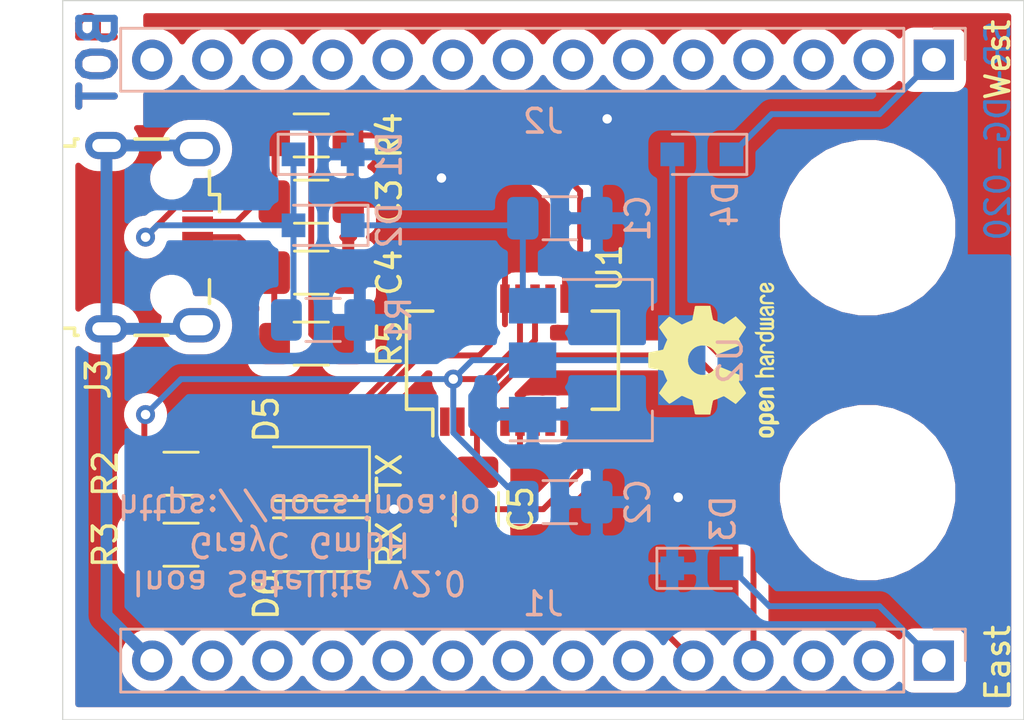
<source format=kicad_pcb>
(kicad_pcb (version 20211014) (generator pcbnew)
  (layers (0 "F.Cu" signal) (31 "B.Cu" signal) (34 "B.Paste" user) (35 "F.Paste" user) (36 "B.SilkS" user "B.Silkscreen") (37 "F.SilkS" user "F.Silkscreen") (38 "B.Mask" user) (39 "F.Mask" user) (44 "Edge.Cuts" user))
  (net 0 "")
  (net 1 "GND")
  (net 2 "Net-(C1-Pad1)")
  (net 3 "+3V3")
  (net 4 "Net-(D1-Pad1)")
  (net 5 "Net-(D3-Pad2)")
  (net 6 "Net-(D4-Pad1)")
  (net 7 "GNDPWR")
  (net 8 "USB_DM")
  (net 9 "USB_DP")
  (net 10 "Net-(C5-Pad1)")
  (net 11 "Net-(D5-Pad2)")
  (net 12 "TX_LED")
  (net 13 "Net-(D6-Pad2)")
  (net 14 "RX_LED")
  (net 15 "U0RXD")
  (net 16 "U0TXD")
  (net 17 "Net-(R4-Pad1)")
  (net 18 "Net-(R5-Pad1)")
  (footprint "MountingHole:MountingHole_6.4mm_M6" (layer "F.Cu") (at 154 89.6)
    (fp_text reference "H1" hide)
    (fp_text value "Reset" hide)
    (pad "" np_thru_hole circle locked (at 0 0) (size 6.4 6.4) (drill 6.4) (layers *.Cu *.Mask))
  )
  (footprint "MountingHole:MountingHole_6.4mm_M6" (layer "F.Cu") (at 154 100.8)
    (fp_text reference "H2" hide)
    (fp_text value "Status" hide)
    (pad "" np_thru_hole circle locked (at 0 0) (size 6.4 6.4) (drill 6.4) (layers *.Cu *.Mask))
  )
  (footprint "Symbol:OSHW-Logo2_7.3x6mm_SilkScreen" (layer "F.Cu") (at 147.5 95.2 90)
    (fp_text reference "G2" hide)
    (fp_text value "Logo_Open_Hardware_Small" hide)
  )
  (footprint "Package_SO:SSOP-20_3.9x8.7mm_P0.635mm" (layer "F.Cu") (at 139 95.2 90)
    (fp_text reference "U1" (at 3.9 4.1 90) (layer "F.SilkS"))
    (fp_text value "FT231XS")
    (pad "1" smd rect locked (at -2.6 -2.8575 90) (size 1.2 0.4) (layers "F.Cu" "F.Paste" "F.Mask"))
    (pad "2" smd rect locked (at -2.6 -2.2225 90) (size 1.2 0.4) (layers "F.Cu" "F.Paste" "F.Mask"))
    (pad "3" smd rect locked (at -2.6 -1.5875 90) (size 1.2 0.4) (layers "F.Cu" "F.Paste" "F.Mask") (net 10 "Net-(C5-Pad1)"))
    (pad "4" smd rect locked (at -2.6 -0.9525 90) (size 1.2 0.4) (layers "F.Cu" "F.Paste" "F.Mask") (net 16 "U0TXD"))
    (pad "5" smd rect locked (at -2.6 -0.3175 90) (size 1.2 0.4) (layers "F.Cu" "F.Paste" "F.Mask"))
    (pad "6" smd rect locked (at -2.6 0.3175 90) (size 1.2 0.4) (layers "F.Cu" "F.Paste" "F.Mask") (net 1 "GND"))
    (pad "7" smd rect locked (at -2.6 0.9525 90) (size 1.2 0.4) (layers "F.Cu" "F.Paste" "F.Mask"))
    (pad "8" smd rect locked (at -2.6 1.5875 90) (size 1.2 0.4) (layers "F.Cu" "F.Paste" "F.Mask"))
    (pad "9" smd rect locked (at -2.6 2.2225 90) (size 1.2 0.4) (layers "F.Cu" "F.Paste" "F.Mask"))
    (pad "10" smd rect locked (at -2.6 2.8575 90) (size 1.2 0.4) (layers "F.Cu" "F.Paste" "F.Mask") (net 14 "RX_LED"))
    (pad "11" smd rect locked (at 2.6 2.8575 90) (size 1.2 0.4) (layers "F.Cu" "F.Paste" "F.Mask") (net 18 "Net-(R5-Pad1)"))
    (pad "12" smd rect locked (at 2.6 2.2225 90) (size 1.2 0.4) (layers "F.Cu" "F.Paste" "F.Mask") (net 17 "Net-(R4-Pad1)"))
    (pad "13" smd rect locked (at 2.6 1.5875 90) (size 1.2 0.4) (layers "F.Cu" "F.Paste" "F.Mask") (net 10 "Net-(C5-Pad1)"))
    (pad "14" smd rect locked (at 2.6 0.9525 90) (size 1.2 0.4) (layers "F.Cu" "F.Paste" "F.Mask") (net 10 "Net-(C5-Pad1)"))
    (pad "15" smd rect locked (at 2.6 0.3175 90) (size 1.2 0.4) (layers "F.Cu" "F.Paste" "F.Mask") (net 3 "+3V3"))
    (pad "16" smd rect locked (at 2.6 -0.3175 90) (size 1.2 0.4) (layers "F.Cu" "F.Paste" "F.Mask") (net 1 "GND"))
    (pad "17" smd rect locked (at 2.6 -0.9525 90) (size 1.2 0.4) (layers "F.Cu" "F.Paste" "F.Mask") (net 12 "TX_LED"))
    (pad "18" smd rect locked (at 2.6 -1.5875 90) (size 1.2 0.4) (layers "F.Cu" "F.Paste" "F.Mask"))
    (pad "19" smd rect locked (at 2.6 -2.2225 90) (size 1.2 0.4) (layers "F.Cu" "F.Paste" "F.Mask"))
    (pad "20" smd rect locked (at 2.6 -2.8575 90) (size 1.2 0.4) (layers "F.Cu" "F.Paste" "F.Mask") (net 15 "U0RXD"))
  )
  (footprint "Connector_USB:USB_Micro-B_Wuerth_629105150521" (layer "F.Cu") (at 123.8 90 -90)
    (fp_text reference "J3" (at 6 2.3 90) (layer "F.SilkS"))
    (fp_text value "USB_B_Micro")
    (pad "" np_thru_hole oval locked (at 2.5 -0.8 270) (size 0.8 0.8) (drill 0.8) (layers *.Cu *.Mask))
    (pad "" np_thru_hole oval locked (at -2.5 -0.8 270) (size 0.8 0.8) (drill 0.8) (layers *.Cu *.Mask))
    (pad "1" smd rect locked (at -1.3 -1.9 270) (size 0.45 1.3) (layers "F.Cu" "F.Paste" "F.Mask") (net 4 "Net-(D1-Pad1)"))
    (pad "2" smd rect locked (at -0.65 -1.9 270) (size 0.45 1.3) (layers "F.Cu" "F.Paste" "F.Mask") (net 8 "USB_DM"))
    (pad "3" smd rect locked (at 0 -1.9 270) (size 0.45 1.3) (layers "F.Cu" "F.Paste" "F.Mask") (net 9 "USB_DP"))
    (pad "4" smd rect locked (at 0.65 -1.9 270) (size 0.45 1.3) (layers "F.Cu" "F.Paste" "F.Mask"))
    (pad "5" smd rect locked (at 1.3 -1.9 270) (size 0.45 1.3) (layers "F.Cu" "F.Paste" "F.Mask") (net 1 "GND"))
    (pad "6" thru_hole oval locked (at -3.725 -1.85 270) (size 1.45 2) (drill oval 0.85 1.4) (layers *.Cu *.Mask) (net 7 "GNDPWR"))
    (pad "6" thru_hole oval locked (at 3.875 1.95 270) (size 1.15 1.8) (drill oval 0.55 1.2) (layers *.Cu *.Mask) (net 7 "GNDPWR"))
    (pad "6" thru_hole oval locked (at -3.875 1.95 270) (size 1.15 1.8) (drill oval 0.55 1.2) (layers *.Cu *.Mask) (net 7 "GNDPWR"))
    (pad "6" thru_hole oval locked (at 3.725 -1.85 270) (size 1.45 2) (drill oval 0.85 1.4) (layers *.Cu *.Mask) (net 7 "GNDPWR"))
  )
  (footprint "Capacitor_SMD:C_1206_3216Metric_Pad1.33x1.80mm_HandSolder" (layer "F.Cu") (at 130.5 88.5)
    (fp_text reference "C3" (at 3.3 0 90) (layer "F.SilkS"))
    (fp_text value "47pF")
    (pad "1" smd roundrect locked (at -1.5625 0) (size 1.325 1.8) (layers "F.Cu" "F.Paste" "F.Mask") (roundrect_rratio 0.188679) (net 8 "USB_DM"))
    (pad "2" smd roundrect locked (at 1.5625 0) (size 1.325 1.8) (layers "F.Cu" "F.Paste" "F.Mask") (roundrect_rratio 0.188679) (net 1 "GND"))
  )
  (footprint "Capacitor_SMD:C_1206_3216Metric_Pad1.33x1.80mm_HandSolder" (layer "F.Cu") (at 130.5 91.5)
    (fp_text reference "C4" (at 3.3 0 90) (layer "F.SilkS"))
    (fp_text value "47pF")
    (pad "1" smd roundrect locked (at -1.5625 0) (size 1.325 1.8) (layers "F.Cu" "F.Paste" "F.Mask") (roundrect_rratio 0.188679) (net 9 "USB_DP"))
    (pad "2" smd roundrect locked (at 1.5625 0) (size 1.325 1.8) (layers "F.Cu" "F.Paste" "F.Mask") (roundrect_rratio 0.188679) (net 1 "GND"))
  )
  (footprint "Capacitor_SMD:C_1206_3216Metric_Pad1.33x1.80mm_HandSolder" (layer "F.Cu") (at 137.5 101.5 -90)
    (fp_text reference "C5" (at 0 -1.85 90) (layer "F.SilkS"))
    (fp_text value "100nF")
    (pad "1" smd roundrect locked (at -1.5625 0 270) (size 1.325 1.8) (layers "F.Cu" "F.Paste" "F.Mask") (roundrect_rratio 0.188679) (net 10 "Net-(C5-Pad1)"))
    (pad "2" smd roundrect locked (at 1.5625 0 270) (size 1.325 1.8) (layers "F.Cu" "F.Paste" "F.Mask") (roundrect_rratio 0.188679) (net 1 "GND"))
  )
  (footprint "LED_SMD:LED_1206_3216Metric_Pad1.42x1.75mm_HandSolder" (layer "F.Cu") (at 130.5 100 180)
    (fp_text reference "D5" (at 1.9 2.3 90) (layer "F.SilkS"))
    (fp_text value "TX" (at -3.3 0 90) (layer "F.SilkS"))
    (pad "1" smd roundrect locked (at -1.4875 0 180) (size 1.425 1.75) (layers "F.Cu" "F.Paste" "F.Mask") (roundrect_rratio 0.175439) (net 12 "TX_LED"))
    (pad "2" smd roundrect locked (at 1.4875 0 180) (size 1.425 1.75) (layers "F.Cu" "F.Paste" "F.Mask") (roundrect_rratio 0.175439) (net 11 "Net-(D5-Pad2)"))
  )
  (footprint "LED_SMD:LED_1206_3216Metric_Pad1.42x1.75mm_HandSolder" (layer "F.Cu") (at 130.5 103 180)
    (fp_text reference "D6" (at 1.9 -2.2 90) (layer "F.SilkS"))
    (fp_text value "RX" (at -3.3 0 270) (layer "F.SilkS"))
    (pad "1" smd roundrect locked (at -1.4875 0 180) (size 1.425 1.75) (layers "F.Cu" "F.Paste" "F.Mask") (roundrect_rratio 0.175439) (net 14 "RX_LED"))
    (pad "2" smd roundrect locked (at 1.4875 0 180) (size 1.425 1.75) (layers "F.Cu" "F.Paste" "F.Mask") (roundrect_rratio 0.175439) (net 13 "Net-(D6-Pad2)"))
  )
  (footprint "Resistor_SMD:R_1206_3216Metric_Pad1.30x1.75mm_HandSolder" (layer "F.Cu") (at 125 100)
    (fp_text reference "R2" (at -3.2 0 90) (layer "F.SilkS"))
    (fp_text value "220R")
    (pad "1" smd roundrect locked (at -1.55 0) (size 1.3 1.75) (layers "F.Cu" "F.Paste" "F.Mask") (roundrect_rratio 0.192308) (net 3 "+3V3"))
    (pad "2" smd roundrect locked (at 1.55 0) (size 1.3 1.75) (layers "F.Cu" "F.Paste" "F.Mask") (roundrect_rratio 0.192308) (net 11 "Net-(D5-Pad2)"))
  )
  (footprint "Resistor_SMD:R_1206_3216Metric_Pad1.30x1.75mm_HandSolder" (layer "F.Cu") (at 125 103)
    (fp_text reference "R3" (at -3.2 0 90) (layer "F.SilkS"))
    (fp_text value "220R")
    (pad "1" smd roundrect locked (at -1.55 0) (size 1.3 1.75) (layers "F.Cu" "F.Paste" "F.Mask") (roundrect_rratio 0.192308) (net 3 "+3V3"))
    (pad "2" smd roundrect locked (at 1.55 0) (size 1.3 1.75) (layers "F.Cu" "F.Paste" "F.Mask") (roundrect_rratio 0.192308) (net 13 "Net-(D6-Pad2)"))
  )
  (footprint "Resistor_SMD:R_1206_3216Metric_Pad1.30x1.75mm_HandSolder" (layer "F.Cu") (at 130.5 85.7 180)
    (fp_text reference "R4" (at -3.3 0 90) (layer "F.SilkS"))
    (fp_text value "27R")
    (pad "1" smd roundrect locked (at -1.55 0 180) (size 1.3 1.75) (layers "F.Cu" "F.Paste" "F.Mask") (roundrect_rratio 0.192308) (net 17 "Net-(R4-Pad1)"))
    (pad "2" smd roundrect locked (at 1.55 0 180) (size 1.3 1.75) (layers "F.Cu" "F.Paste" "F.Mask") (roundrect_rratio 0.192308) (net 8 "USB_DM"))
  )
  (footprint "Resistor_SMD:R_1206_3216Metric_Pad1.30x1.75mm_HandSolder" (layer "F.Cu") (at 130.5 94.5 180)
    (fp_text reference "R5" (at -3.3 0 90) (layer "F.SilkS"))
    (fp_text value "27R")
    (pad "1" smd roundrect locked (at -1.55 0 180) (size 1.3 1.75) (layers "F.Cu" "F.Paste" "F.Mask") (roundrect_rratio 0.192308) (net 18 "Net-(R5-Pad1)"))
    (pad "2" smd roundrect locked (at 1.55 0 180) (size 1.3 1.75) (layers "F.Cu" "F.Paste" "F.Mask") (roundrect_rratio 0.192308) (net 9 "USB_DP"))
  )
  (footprint "Connector_PinSocket_2.54mm:PinSocket_1x14_P2.54mm_Vertical" (layer "B.Cu") (at 156.8 107.9 90)
    (fp_text reference "J1" (at 2.4 -16.5) (layer "B.SilkS") (effects (justify mirror)))
    (fp_text value "East" hide)
    (pad "1" thru_hole rect locked (at 0 0 90) (size 1.7 1.7) (drill 1) (layers *.Cu *.Mask) (net 5 "Net-(D3-Pad2)"))
    (pad "2" thru_hole oval locked (at 0 -2.54 90) (size 1.7 1.7) (drill 1) (layers *.Cu *.Mask))
    (pad "3" thru_hole oval locked (at 0 -5.08 90) (size 1.7 1.7) (drill 1) (layers *.Cu *.Mask))
    (pad "4" thru_hole oval locked (at 0 -7.62 90) (size 1.7 1.7) (drill 1) (layers *.Cu *.Mask) (net 16 "U0TXD"))
    (pad "5" thru_hole oval locked (at 0 -10.16 90) (size 1.7 1.7) (drill 1) (layers *.Cu *.Mask) (net 15 "U0RXD"))
    (pad "6" thru_hole oval locked (at 0 -12.7 90) (size 1.7 1.7) (drill 1) (layers *.Cu *.Mask))
    (pad "7" thru_hole oval locked (at 0 -15.24 90) (size 1.7 1.7) (drill 1) (layers *.Cu *.Mask))
    (pad "8" thru_hole oval locked (at 0 -17.78 90) (size 1.7 1.7) (drill 1) (layers *.Cu *.Mask))
    (pad "9" thru_hole oval locked (at 0 -20.32 90) (size 1.7 1.7) (drill 1) (layers *.Cu *.Mask))
    (pad "10" thru_hole oval locked (at 0 -22.86 90) (size 1.7 1.7) (drill 1) (layers *.Cu *.Mask))
    (pad "11" thru_hole oval locked (at 0 -25.4 90) (size 1.7 1.7) (drill 1) (layers *.Cu *.Mask))
    (pad "12" thru_hole oval locked (at 0 -27.94 90) (size 1.7 1.7) (drill 1) (layers *.Cu *.Mask))
    (pad "13" thru_hole oval locked (at 0 -30.48 90) (size 1.7 1.7) (drill 1) (layers *.Cu *.Mask))
    (pad "14" thru_hole oval locked (at 0 -33.02 90) (size 1.7 1.7) (drill 1) (layers *.Cu *.Mask) (net 7 "GNDPWR"))
  )
  (footprint "Connector_PinSocket_2.54mm:PinSocket_1x14_P2.54mm_Vertical" (layer "B.Cu") (at 156.8 82.5 90)
    (fp_text reference "J2" (at -2.6 -16.5) (layer "B.SilkS") (effects (justify mirror)))
    (fp_text value "West" hide)
    (pad "1" thru_hole rect locked (at 0 0 90) (size 1.7 1.7) (drill 1) (layers *.Cu *.Mask) (net 6 "Net-(D4-Pad1)"))
    (pad "2" thru_hole oval locked (at 0 -2.54 90) (size 1.7 1.7) (drill 1) (layers *.Cu *.Mask))
    (pad "3" thru_hole oval locked (at 0 -5.08 90) (size 1.7 1.7) (drill 1) (layers *.Cu *.Mask))
    (pad "4" thru_hole oval locked (at 0 -7.62 90) (size 1.7 1.7) (drill 1) (layers *.Cu *.Mask))
    (pad "5" thru_hole oval locked (at 0 -10.16 90) (size 1.7 1.7) (drill 1) (layers *.Cu *.Mask))
    (pad "6" thru_hole oval locked (at 0 -12.7 90) (size 1.7 1.7) (drill 1) (layers *.Cu *.Mask))
    (pad "7" thru_hole oval locked (at 0 -15.24 90) (size 1.7 1.7) (drill 1) (layers *.Cu *.Mask))
    (pad "8" thru_hole oval locked (at 0 -17.78 90) (size 1.7 1.7) (drill 1) (layers *.Cu *.Mask))
    (pad "9" thru_hole oval locked (at 0 -20.32 90) (size 1.7 1.7) (drill 1) (layers *.Cu *.Mask))
    (pad "10" thru_hole oval locked (at 0 -22.86 90) (size 1.7 1.7) (drill 1) (layers *.Cu *.Mask))
    (pad "11" thru_hole oval locked (at 0 -25.4 90) (size 1.7 1.7) (drill 1) (layers *.Cu *.Mask))
    (pad "12" thru_hole oval locked (at 0 -27.94 90) (size 1.7 1.7) (drill 1) (layers *.Cu *.Mask))
    (pad "13" thru_hole oval locked (at 0 -30.48 90) (size 1.7 1.7) (drill 1) (layers *.Cu *.Mask))
    (pad "14" thru_hole oval locked (at 0 -33.02 90) (size 1.7 1.7) (drill 1) (layers *.Cu *.Mask))
  )
  (footprint "images:grayc-logo-negative" (layer "B.Cu") (at 156 103 -90)
    (fp_text reference "G1" hide)
    (fp_text value "LOGO" hide)
  )
  (footprint "Package_TO_SOT_SMD:SOT-223-3_TabPin2" (layer "B.Cu") (at 143 95.2)
    (fp_text reference "U2" (at 5.2 0 90) (layer "B.SilkS") (effects (justify mirror)))
    (fp_text value "LD1117S33")
    (pad "1" smd rect locked (at -3.15 2.3) (size 2 1.5) (layers "B.Cu" "B.Paste" "B.Mask") (net 1 "GND"))
    (pad "2" smd rect locked (at -3.15 0) (size 2 1.5) (layers "B.Cu" "B.Paste" "B.Mask") (net 3 "+3V3"))
    (pad "2" smd rect locked (at 3.15 0) (size 2 3.8) (layers "B.Cu" "B.Paste" "B.Mask") (net 3 "+3V3"))
    (pad "3" smd rect locked (at -3.15 -2.3) (size 2 1.5) (layers "B.Cu" "B.Paste" "B.Mask") (net 2 "Net-(C1-Pad1)"))
  )
  (footprint "Capacitor_SMD:C_1206_3216Metric_Pad1.33x1.80mm_HandSolder" (layer "B.Cu") (at 141 89.2)
    (fp_text reference "C1" (at 3.3 0 90) (layer "B.SilkS") (effects (justify mirror)))
    (fp_text value "100nF")
    (pad "1" smd roundrect locked (at -1.5625 0) (size 1.325 1.8) (layers "B.Cu" "B.Paste" "B.Mask") (roundrect_rratio 0.188679) (net 2 "Net-(C1-Pad1)"))
    (pad "2" smd roundrect locked (at 1.5625 0) (size 1.325 1.8) (layers "B.Cu" "B.Paste" "B.Mask") (roundrect_rratio 0.188679) (net 1 "GND"))
  )
  (footprint "Capacitor_SMD:C_1206_3216Metric_Pad1.33x1.80mm_HandSolder" (layer "B.Cu") (at 141 101.2)
    (fp_text reference "C2" (at 3.3 0 90) (layer "B.SilkS") (effects (justify mirror)))
    (fp_text value "10uF")
    (pad "1" smd roundrect locked (at -1.5625 0) (size 1.325 1.8) (layers "B.Cu" "B.Paste" "B.Mask") (roundrect_rratio 0.188679) (net 3 "+3V3"))
    (pad "2" smd roundrect locked (at 1.5625 0) (size 1.325 1.8) (layers "B.Cu" "B.Paste" "B.Mask") (roundrect_rratio 0.188679) (net 1 "GND"))
  )
  (footprint "Diode_SMD:D_SOD-323_HandSoldering" (layer "B.Cu") (at 131 86.5)
    (fp_text reference "D1" (at 2.8 0 90) (layer "B.SilkS") (effects (justify mirror)))
    (fp_text value "BZT52C6V2")
    (pad "1" smd rect locked (at -1.25 0) (size 1 1) (layers "B.Cu" "B.Paste" "B.Mask") (net 4 "Net-(D1-Pad1)"))
    (pad "2" smd rect locked (at 1.25 0) (size 1 1) (layers "B.Cu" "B.Paste" "B.Mask") (net 1 "GND"))
  )
  (footprint "Diode_SMD:D_SOD-323_HandSoldering" (layer "B.Cu") (at 131 89.5 180)
    (fp_text reference "D2" (at -2.8 0 90) (layer "B.SilkS") (effects (justify mirror)))
    (fp_text value "1N5819")
    (pad "1" smd rect locked (at -1.25 0 180) (size 1 1) (layers "B.Cu" "B.Paste" "B.Mask") (net 2 "Net-(C1-Pad1)"))
    (pad "2" smd rect locked (at 1.25 0 180) (size 1 1) (layers "B.Cu" "B.Paste" "B.Mask") (net 4 "Net-(D1-Pad1)"))
  )
  (footprint "Diode_SMD:D_SOD-323_HandSoldering" (layer "B.Cu") (at 147 104)
    (fp_text reference "D3" (at 0.9 -2.1 90) (layer "B.SilkS") (effects (justify mirror)))
    (fp_text value "D_Schottky")
    (pad "1" smd rect locked (at -1.25 0) (size 1 1) (layers "B.Cu" "B.Paste" "B.Mask") (net 1 "GND"))
    (pad "2" smd rect locked (at 1.25 0) (size 1 1) (layers "B.Cu" "B.Paste" "B.Mask") (net 5 "Net-(D3-Pad2)"))
  )
  (footprint "Diode_SMD:D_SOD-323_HandSoldering" (layer "B.Cu") (at 147 86.5 180)
    (fp_text reference "D4" (at -1 -2.1 90) (layer "B.SilkS") (effects (justify mirror)))
    (fp_text value "D_Schottky")
    (pad "1" smd rect locked (at -1.25 0 180) (size 1 1) (layers "B.Cu" "B.Paste" "B.Mask") (net 6 "Net-(D4-Pad1)"))
    (pad "2" smd rect locked (at 1.25 0 180) (size 1 1) (layers "B.Cu" "B.Paste" "B.Mask") (net 3 "+3V3"))
  )
  (footprint "Resistor_SMD:R_1206_3216Metric_Pad1.30x1.75mm_HandSolder" (layer "B.Cu") (at 131 93.5)
    (fp_text reference "R1" (at 3.2 0 90) (layer "B.SilkS") (effects (justify mirror)))
    (fp_text value "10k")
    (pad "1" smd roundrect locked (at -1.55 0) (size 1.3 1.75) (layers "B.Cu" "B.Paste" "B.Mask") (roundrect_rratio 0.192308) (net 4 "Net-(D1-Pad1)"))
    (pad "2" smd roundrect locked (at 1.55 0) (size 1.3 1.75) (layers "B.Cu" "B.Paste" "B.Mask") (roundrect_rratio 0.192308) (net 1 "GND"))
  )
  (gr_line (start 120 110.4) (end 120 80) (layer "Edge.Cuts") (width 0.05))
  (gr_line (start 160.6 110.4) (end 120 110.4) (layer "Edge.Cuts") (width 0.05))
  (gr_line (start 160.6 80) (end 160.6 110.4) (layer "Edge.Cuts") (width 0.05))
  (gr_line (start 120 80) (end 160.6 80) (layer "Edge.Cuts") (width 0.05))
  (gr_text "TOP" (at 121.5 82.5 90) (layer "F.Cu") (effects (font (size 1.5 1.5) (thickness 0.3))))
  (gr_text "BOT" (at 121.5 82.5 90) (layer "B.Cu") (effects (font (size 1.5 1.5) (thickness 0.3)) (justify mirror)))
  (gr_text "SR-DG-020" (at 159.5 85.5 90) (layer "B.Cu") (effects (font (size 1 1)) (justify mirror)))
  (gr_text "Inoa Satellite v2.0\nGrayC GmbH\nhttps://docs.inoa.io" (at 130 103 180) (layer "B.SilkS") (effects (font (size 1 1)) (justify mirror)))
  (gr_text "West" (at 159.5 82.5 90) (layer "F.SilkS") (effects (font (size 1 1))))
  (gr_text "East" (at 159.5 108 90) (layer "F.SilkS") (effects (font (size 1 1))))
  (segment (start 154 82.76) (end 154.26 82.5) (width 0.25) (layer "F.Cu") (net 0))
  (segment (start 131.5 107.8) (end 131.4 107.9) (width 0.25) (layer "B.Cu") (net 0))
  (segment (start 125.7 91.3) (end 124.7 91.3) (width 0.25) (layer "F.Cu") (net 1))
  (segment (start 139.3175 97.8) (end 139.3175 96.8175) (width 0.25) (layer "F.Cu") (net 1))
  (segment (start 138.6825 92.6) (end 138.6825 93.6825) (width 0.25) (layer "F.Cu") (net 1))
  (segment (start 125.7 91.3) (end 126.8 91.3) (width 0.25) (layer "F.Cu") (net 1))
  (segment (start 139.3175 97.8) (end 139.3175 98.8825) (width 0.25) (layer "F.Cu") (net 1))
  (segment (start 138.6825 92.6) (end 138.6825 91.5175) (width 0.25) (layer "F.Cu") (net 1))
  (via (at 143 85) (size 0.8) (drill 0.4) (layers "F.Cu" "B.Cu") (net 1))
  (via (at 134 101.5) (size 0.8) (drill 0.4) (layers "F.Cu" "B.Cu") (net 1))
  (via (at 136 87.5) (size 0.8) (drill 0.4) (layers "F.Cu" "B.Cu") (net 1))
  (via (at 146 101) (size 0.8) (drill 0.4) (layers "F.Cu" "B.Cu") (net 1))
  (segment (start 139.4375 89.2) (end 139.4375 92.4875) (width 0.25) (layer "B.Cu") (net 2))
  (segment (start 132.25 89.5) (end 139.1375 89.5) (width 0.25) (layer "B.Cu") (net 2))
  (segment (start 139.4375 92.4875) (end 139.85 92.9) (width 0.25) (layer "B.Cu") (net 2))
  (segment (start 139.1375 89.5) (end 139.4375 89.2) (width 0.25) (layer "B.Cu") (net 2))
  (segment (start 137.805012 96) (end 136.5 96) (width 0.25) (layer "F.Cu") (net 3))
  (segment (start 139.3175 94.487512) (end 137.805012 96) (width 0.25) (layer "F.Cu") (net 3))
  (segment (start 139.3175 92.6) (end 139.3175 94.487512) (width 0.25) (layer "F.Cu") (net 3))
  (segment (start 123.45 100) (end 123.45 103) (width 0.25) (layer "F.Cu") (net 3))
  (segment (start 123.45 100) (end 123.45 97.55) (width 0.25) (layer "F.Cu") (net 3))
  (segment (start 123.45 97.55) (end 123.5 97.5) (width 0.25) (layer "F.Cu") (net 3))
  (via (at 123.5 97.5) (size 0.8) (drill 0.4) (layers "F.Cu" "B.Cu") (net 3))
  (via (at 136.5 96) (size 0.8) (drill 0.4) (layers "F.Cu" "B.Cu") (net 3))
  (segment (start 139.4375 101.2) (end 136.5 98.2625) (width 0.25) (layer "B.Cu") (net 3))
  (segment (start 145.75 86.5) (end 145.75 94.8) (width 0.25) (layer "B.Cu") (net 3))
  (segment (start 139.85 95.2) (end 137.3 95.2) (width 0.25) (layer "B.Cu") (net 3))
  (segment (start 139.85 95.2) (end 146.15 95.2) (width 0.25) (layer "B.Cu") (net 3))
  (segment (start 137.3 95.2) (end 136.5 96) (width 0.25) (layer "B.Cu") (net 3))
  (segment (start 125 96) (end 123.5 97.5) (width 0.25) (layer "B.Cu") (net 3))
  (segment (start 136.5 98.2625) (end 136.5 96) (width 0.25) (layer "B.Cu") (net 3))
  (segment (start 136.5 96) (end 125 96) (width 0.25) (layer "B.Cu") (net 3))
  (segment (start 145.75 94.8) (end 146.15 95.2) (width 0.25) (layer "B.Cu") (net 3))
  (segment (start 125.7 88.7) (end 124.8 88.7) (width 0.25) (layer "F.Cu") (net 4))
  (segment (start 124.8 88.7) (end 123.5 90) (width 0.25) (layer "F.Cu") (net 4))
  (via (at 123.5 90) (size 0.8) (drill 0.4) (layers "F.Cu" "B.Cu") (net 4))
  (segment (start 129.75 89.5) (end 129.75 93.2) (width 0.25) (layer "B.Cu") (net 4))
  (segment (start 124 89.5) (end 123.5 90) (width 0.25) (layer "B.Cu") (net 4))
  (segment (start 129.75 89.5) (end 124 89.5) (width 0.25) (layer "B.Cu") (net 4))
  (segment (start 129.75 93.2) (end 129.45 93.5) (width 0.25) (layer "B.Cu") (net 4))
  (segment (start 129.75 86.5) (end 129.75 89.5) (width 0.25) (layer "B.Cu") (net 4))
  (segment (start 156.8 107.9) (end 154.5 105.6) (width 0.25) (layer "B.Cu") (net 5))
  (segment (start 149.85 105.6) (end 148.25 104) (width 0.25) (layer "B.Cu") (net 5))
  (segment (start 154.5 105.6) (end 149.85 105.6) (width 0.25) (layer "B.Cu") (net 5))
  (segment (start 154.5 84.8) (end 149.95 84.8) (width 0.25) (layer "B.Cu") (net 6))
  (segment (start 149.95 84.8) (end 148.25 86.5) (width 0.25) (layer "B.Cu") (net 6))
  (segment (start 156.8 82.5) (end 154.5 84.8) (width 0.25) (layer "B.Cu") (net 6))
  (segment (start 121.85 86.125) (end 121.85 93.875) (width 0.5) (layer "B.Cu") (net 7))
  (segment (start 121.85 86.125) (end 125.5 86.125) (width 0.5) (layer "B.Cu") (net 7))
  (segment (start 125.5 86.125) (end 125.65 86.275) (width 0.5) (layer "B.Cu") (net 7))
  (segment (start 121.85 93.875) (end 121.85 105.97) (width 0.5) (layer "B.Cu") (net 7))
  (segment (start 121.85 105.97) (end 123.78 107.9) (width 0.5) (layer "B.Cu") (net 7))
  (segment (start 121.85 93.875) (end 125.5 93.875) (width 0.5) (layer "B.Cu") (net 7))
  (segment (start 125.5 93.875) (end 125.65 93.725) (width 0.5) (layer "B.Cu") (net 7))
  (segment (start 128.95 85.7) (end 128.95 88.4875) (width 0.25) (layer "F.Cu") (net 8))
  (segment (start 127.35 89.35) (end 128.2 88.5) (width 0.25) (layer "F.Cu") (net 8))
  (segment (start 128.2 88.5) (end 128.9375 88.5) (width 0.25) (layer "F.Cu") (net 8))
  (segment (start 125.7 89.35) (end 127.35 89.35) (width 0.25) (layer "F.Cu") (net 8))
  (segment (start 128.95 88.4875) (end 128.9375 88.5) (width 0.25) (layer "F.Cu") (net 8))
  (segment (start 125.7 90) (end 127.4375 90) (width 0.25) (layer "F.Cu") (net 9))
  (segment (start 128.9375 91.5) (end 128.9375 94.4875) (width 0.25) (layer "F.Cu") (net 9))
  (segment (start 128.9375 94.4875) (end 128.95 94.5) (width 0.25) (layer "F.Cu") (net 9))
  (segment (start 127.4375 90) (end 128.9375 91.5) (width 0.25) (layer "F.Cu") (net 9))
  (segment (start 137.5 99.9375) (end 137.5 97.8875) (width 0.25) (layer "F.Cu") (net 10))
  (segment (start 137.5 97.8875) (end 137.4125 97.8) (width 0.25) (layer "F.Cu") (net 10))
  (segment (start 137.4125 97.8) (end 137.4125 96.8875) (width 0.25) (layer "F.Cu") (net 10))
  (segment (start 140.5875 92.6) (end 139.9525 92.6) (width 0.25) (layer "F.Cu") (net 10))
  (segment (start 139.9525 94.3475) (end 139.9525 92.6) (width 0.25) (layer "F.Cu") (net 10))
  (segment (start 137.4125 96.8875) (end 139.9525 94.3475) (width 0.25) (layer "F.Cu") (net 10))
  (segment (start 126.55 100) (end 129.0125 100) (width 0.25) (layer "F.Cu") (net 11))
  (segment (start 137.6 95) (end 138.0475 94.5525) (width 0.25) (layer "F.Cu") (net 12))
  (segment (start 131.9875 100) (end 131.9875 98.1125) (width 0.25) (layer "F.Cu") (net 12))
  (segment (start 135.1 95) (end 137.6 95) (width 0.25) (layer "F.Cu") (net 12))
  (segment (start 138.0475 94.5525) (end 138.0475 92.6) (width 0.25) (layer "F.Cu") (net 12))
  (segment (start 131.9875 98.1125) (end 135.1 95) (width 0.25) (layer "F.Cu") (net 12))
  (segment (start 126.55 103) (end 129.0125 103) (width 0.25) (layer "F.Cu") (net 13))
  (segment (start 135 101.5) (end 140.3 101.5) (width 0.25) (layer "F.Cu") (net 14))
  (segment (start 131.9875 103) (end 133.5 103) (width 0.25) (layer "F.Cu") (net 14))
  (segment (start 140.3 101.5) (end 141.8575 99.9425) (width 0.25) (layer "F.Cu") (net 14))
  (segment (start 141.8575 99.9425) (end 141.8575 97.8) (width 0.25) (layer "F.Cu") (net 14))
  (segment (start 133.5 103) (end 135 101.5) (width 0.25) (layer "F.Cu") (net 14))
  (segment (start 131.4 105.3) (end 144.04 105.3) (width 0.25) (layer "F.Cu") (net 15))
  (segment (start 136.1425 92.6) (end 136.1425 93.462512) (width 0.25) (layer "F.Cu") (net 15))
  (segment (start 144.04 105.3) (end 146.64 107.9) (width 0.25) (layer "F.Cu") (net 15))
  (segment (start 130.5 99.105012) (end 130.5 104.4) (width 0.25) (layer "F.Cu") (net 15))
  (segment (start 130.5 104.4) (end 131.4 105.3) (width 0.25) (layer "F.Cu") (net 15))
  (segment (start 136.1425 93.462512) (end 130.5 99.105012) (width 0.25) (layer "F.Cu") (net 15))
  (segment (start 146.7 95) (end 149.18 97.48) (width 0.25) (layer "F.Cu") (net 16))
  (segment (start 138.0475 96.747488) (end 139.794988 95) (width 0.25) (layer "F.Cu") (net 16))
  (segment (start 139.794988 95) (end 146.7 95) (width 0.25) (layer "F.Cu") (net 16))
  (segment (start 138.0475 97.8) (end 138.0475 96.747488) (width 0.25) (layer "F.Cu") (net 16))
  (segment (start 149.18 97.48) (end 149.18 107.9) (width 0.25) (layer "F.Cu") (net 16))
  (segment (start 141.2225 88.3225) (end 141.2225 92.6) (width 0.25) (layer "F.Cu") (net 17))
  (segment (start 132.05 85.7) (end 138.6 85.7) (width 0.25) (layer "F.Cu") (net 17))
  (segment (start 138.6 85.7) (end 141.2225 88.3225) (width 0.25) (layer "F.Cu") (net 17))
  (segment (start 130.9 94.5) (end 132.05 94.5) (width 0.25) (layer "F.Cu") (net 18))
  (segment (start 141.8575 88.0575) (end 138.9 85.1) (width 0.25) (layer "F.Cu") (net 18))
  (segment (start 130.5 84.9) (end 130.5 94.1) (width 0.25) (layer "F.Cu") (net 18))
  (segment (start 138.9 85.1) (end 133.9 85.1) (width 0.25) (layer "F.Cu") (net 18))
  (segment (start 133.9 85.1) (end 133 84.2) (width 0.25) (layer "F.Cu") (net 18))
  (segment (start 131.2 84.2) (end 130.5 84.9) (width 0.25) (layer "F.Cu") (net 18))
  (segment (start 133 84.2) (end 131.2 84.2) (width 0.25) (layer "F.Cu") (net 18))
  (segment (start 141.8575 92.6) (end 141.8575 88.0575) (width 0.25) (layer "F.Cu") (net 18))
  (segment (start 130.5 94.1) (end 130.9 94.5) (width 0.25) (layer "F.Cu") (net 18))
  (zone (net 1) (net_name "GND") (layer "F.Cu") (connect_pads (clearance 0.508)) (min_thickness 0.254) (fill yes (thermal_gap 0.508) (thermal_bridge_width 0.508))
    (polygon (pts (xy 160.6 110.4) (xy 120 110.4) (xy 120 80) (xy 160.6 80)))
  )
  (zone (net 1) (net_name "GND") (layer "B.Cu") (connect_pads (clearance 0.508)) (min_thickness 0.254) (fill yes (thermal_gap 0.508) (thermal_bridge_width 0.508))
    (polygon (pts (xy 160.6 110.4) (xy 120 110.4) (xy 120 80) (xy 160.6 80)))
  )
)
</source>
